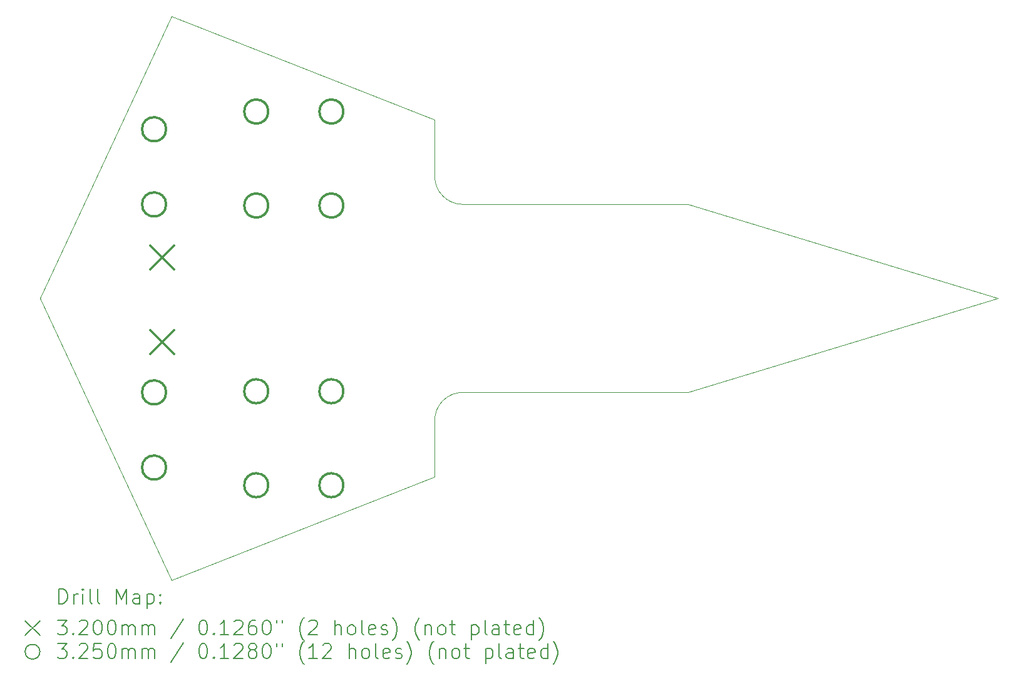
<source format=gbr>
%FSLAX45Y45*%
G04 Gerber Fmt 4.5, Leading zero omitted, Abs format (unit mm)*
G04 Created by KiCad (PCBNEW (6.0.5-22-g43b8adad1a)) date 2022-05-13 22:53:54*
%MOMM*%
%LPD*%
G01*
G04 APERTURE LIST*
%TA.AperFunction,Profile*%
%ADD10C,0.100000*%
%TD*%
%ADD11C,0.200000*%
%ADD12C,0.320000*%
%ADD13C,0.325000*%
G04 APERTURE END LIST*
D10*
X10541000Y-12700000D02*
G75*
G03*
X10160000Y-13081000I0J-381000D01*
G01*
X13589000Y-10160000D02*
X17780000Y-11430000D01*
X6604000Y-7620000D02*
X10160000Y-9017000D01*
X4826000Y-11430000D02*
X6604000Y-7620000D01*
X10160000Y-13843000D02*
X6604000Y-15240000D01*
X13589000Y-12700000D02*
X10541000Y-12700000D01*
X10160000Y-9017000D02*
X10160000Y-9779000D01*
X6604000Y-15240000D02*
X4826000Y-11430000D01*
X10541000Y-10160000D02*
X13589000Y-10160000D01*
X17780000Y-11430000D02*
X13589000Y-12700000D01*
X10160000Y-9779000D02*
G75*
G03*
X10541000Y-10160000I381000J0D01*
G01*
X10160000Y-13081000D02*
X10160000Y-13843000D01*
D11*
D12*
X6315000Y-10714750D02*
X6635000Y-11034750D01*
X6635000Y-10714750D02*
X6315000Y-11034750D01*
X6315000Y-11857750D02*
X6635000Y-12177750D01*
X6635000Y-11857750D02*
X6315000Y-12177750D01*
D13*
X6527500Y-9144000D02*
G75*
G03*
X6527500Y-9144000I-162500J0D01*
G01*
X6527500Y-10160000D02*
G75*
G03*
X6527500Y-10160000I-162500J0D01*
G01*
X6527500Y-12700000D02*
G75*
G03*
X6527500Y-12700000I-162500J0D01*
G01*
X6527500Y-13716000D02*
G75*
G03*
X6527500Y-13716000I-162500J0D01*
G01*
X7909500Y-8905000D02*
G75*
G03*
X7909500Y-8905000I-162500J0D01*
G01*
X7909500Y-10175000D02*
G75*
G03*
X7909500Y-10175000I-162500J0D01*
G01*
X7909500Y-12685000D02*
G75*
G03*
X7909500Y-12685000I-162500J0D01*
G01*
X7909500Y-13955000D02*
G75*
G03*
X7909500Y-13955000I-162500J0D01*
G01*
X8925500Y-8905000D02*
G75*
G03*
X8925500Y-8905000I-162500J0D01*
G01*
X8925500Y-10175000D02*
G75*
G03*
X8925500Y-10175000I-162500J0D01*
G01*
X8925500Y-12685000D02*
G75*
G03*
X8925500Y-12685000I-162500J0D01*
G01*
X8925500Y-13955000D02*
G75*
G03*
X8925500Y-13955000I-162500J0D01*
G01*
D11*
X5078619Y-15555476D02*
X5078619Y-15355476D01*
X5126238Y-15355476D01*
X5154810Y-15365000D01*
X5173857Y-15384048D01*
X5183381Y-15403095D01*
X5192905Y-15441190D01*
X5192905Y-15469762D01*
X5183381Y-15507857D01*
X5173857Y-15526905D01*
X5154810Y-15545952D01*
X5126238Y-15555476D01*
X5078619Y-15555476D01*
X5278619Y-15555476D02*
X5278619Y-15422143D01*
X5278619Y-15460238D02*
X5288143Y-15441190D01*
X5297667Y-15431667D01*
X5316714Y-15422143D01*
X5335762Y-15422143D01*
X5402429Y-15555476D02*
X5402429Y-15422143D01*
X5402429Y-15355476D02*
X5392905Y-15365000D01*
X5402429Y-15374524D01*
X5411952Y-15365000D01*
X5402429Y-15355476D01*
X5402429Y-15374524D01*
X5526238Y-15555476D02*
X5507190Y-15545952D01*
X5497667Y-15526905D01*
X5497667Y-15355476D01*
X5631000Y-15555476D02*
X5611952Y-15545952D01*
X5602428Y-15526905D01*
X5602428Y-15355476D01*
X5859571Y-15555476D02*
X5859571Y-15355476D01*
X5926238Y-15498333D01*
X5992905Y-15355476D01*
X5992905Y-15555476D01*
X6173857Y-15555476D02*
X6173857Y-15450714D01*
X6164333Y-15431667D01*
X6145286Y-15422143D01*
X6107190Y-15422143D01*
X6088143Y-15431667D01*
X6173857Y-15545952D02*
X6154809Y-15555476D01*
X6107190Y-15555476D01*
X6088143Y-15545952D01*
X6078619Y-15526905D01*
X6078619Y-15507857D01*
X6088143Y-15488809D01*
X6107190Y-15479286D01*
X6154809Y-15479286D01*
X6173857Y-15469762D01*
X6269095Y-15422143D02*
X6269095Y-15622143D01*
X6269095Y-15431667D02*
X6288143Y-15422143D01*
X6326238Y-15422143D01*
X6345286Y-15431667D01*
X6354809Y-15441190D01*
X6364333Y-15460238D01*
X6364333Y-15517381D01*
X6354809Y-15536428D01*
X6345286Y-15545952D01*
X6326238Y-15555476D01*
X6288143Y-15555476D01*
X6269095Y-15545952D01*
X6450048Y-15536428D02*
X6459571Y-15545952D01*
X6450048Y-15555476D01*
X6440524Y-15545952D01*
X6450048Y-15536428D01*
X6450048Y-15555476D01*
X6450048Y-15431667D02*
X6459571Y-15441190D01*
X6450048Y-15450714D01*
X6440524Y-15441190D01*
X6450048Y-15431667D01*
X6450048Y-15450714D01*
X4621000Y-15785000D02*
X4821000Y-15985000D01*
X4821000Y-15785000D02*
X4621000Y-15985000D01*
X5059571Y-15775476D02*
X5183381Y-15775476D01*
X5116714Y-15851667D01*
X5145286Y-15851667D01*
X5164333Y-15861190D01*
X5173857Y-15870714D01*
X5183381Y-15889762D01*
X5183381Y-15937381D01*
X5173857Y-15956428D01*
X5164333Y-15965952D01*
X5145286Y-15975476D01*
X5088143Y-15975476D01*
X5069095Y-15965952D01*
X5059571Y-15956428D01*
X5269095Y-15956428D02*
X5278619Y-15965952D01*
X5269095Y-15975476D01*
X5259571Y-15965952D01*
X5269095Y-15956428D01*
X5269095Y-15975476D01*
X5354810Y-15794524D02*
X5364333Y-15785000D01*
X5383381Y-15775476D01*
X5431000Y-15775476D01*
X5450048Y-15785000D01*
X5459571Y-15794524D01*
X5469095Y-15813571D01*
X5469095Y-15832619D01*
X5459571Y-15861190D01*
X5345286Y-15975476D01*
X5469095Y-15975476D01*
X5592905Y-15775476D02*
X5611952Y-15775476D01*
X5631000Y-15785000D01*
X5640524Y-15794524D01*
X5650048Y-15813571D01*
X5659571Y-15851667D01*
X5659571Y-15899286D01*
X5650048Y-15937381D01*
X5640524Y-15956428D01*
X5631000Y-15965952D01*
X5611952Y-15975476D01*
X5592905Y-15975476D01*
X5573857Y-15965952D01*
X5564333Y-15956428D01*
X5554810Y-15937381D01*
X5545286Y-15899286D01*
X5545286Y-15851667D01*
X5554810Y-15813571D01*
X5564333Y-15794524D01*
X5573857Y-15785000D01*
X5592905Y-15775476D01*
X5783381Y-15775476D02*
X5802428Y-15775476D01*
X5821476Y-15785000D01*
X5831000Y-15794524D01*
X5840524Y-15813571D01*
X5850048Y-15851667D01*
X5850048Y-15899286D01*
X5840524Y-15937381D01*
X5831000Y-15956428D01*
X5821476Y-15965952D01*
X5802428Y-15975476D01*
X5783381Y-15975476D01*
X5764333Y-15965952D01*
X5754809Y-15956428D01*
X5745286Y-15937381D01*
X5735762Y-15899286D01*
X5735762Y-15851667D01*
X5745286Y-15813571D01*
X5754809Y-15794524D01*
X5764333Y-15785000D01*
X5783381Y-15775476D01*
X5935762Y-15975476D02*
X5935762Y-15842143D01*
X5935762Y-15861190D02*
X5945286Y-15851667D01*
X5964333Y-15842143D01*
X5992905Y-15842143D01*
X6011952Y-15851667D01*
X6021476Y-15870714D01*
X6021476Y-15975476D01*
X6021476Y-15870714D02*
X6031000Y-15851667D01*
X6050048Y-15842143D01*
X6078619Y-15842143D01*
X6097667Y-15851667D01*
X6107190Y-15870714D01*
X6107190Y-15975476D01*
X6202428Y-15975476D02*
X6202428Y-15842143D01*
X6202428Y-15861190D02*
X6211952Y-15851667D01*
X6231000Y-15842143D01*
X6259571Y-15842143D01*
X6278619Y-15851667D01*
X6288143Y-15870714D01*
X6288143Y-15975476D01*
X6288143Y-15870714D02*
X6297667Y-15851667D01*
X6316714Y-15842143D01*
X6345286Y-15842143D01*
X6364333Y-15851667D01*
X6373857Y-15870714D01*
X6373857Y-15975476D01*
X6764333Y-15765952D02*
X6592905Y-16023095D01*
X7021476Y-15775476D02*
X7040524Y-15775476D01*
X7059571Y-15785000D01*
X7069095Y-15794524D01*
X7078619Y-15813571D01*
X7088143Y-15851667D01*
X7088143Y-15899286D01*
X7078619Y-15937381D01*
X7069095Y-15956428D01*
X7059571Y-15965952D01*
X7040524Y-15975476D01*
X7021476Y-15975476D01*
X7002428Y-15965952D01*
X6992905Y-15956428D01*
X6983381Y-15937381D01*
X6973857Y-15899286D01*
X6973857Y-15851667D01*
X6983381Y-15813571D01*
X6992905Y-15794524D01*
X7002428Y-15785000D01*
X7021476Y-15775476D01*
X7173857Y-15956428D02*
X7183381Y-15965952D01*
X7173857Y-15975476D01*
X7164333Y-15965952D01*
X7173857Y-15956428D01*
X7173857Y-15975476D01*
X7373857Y-15975476D02*
X7259571Y-15975476D01*
X7316714Y-15975476D02*
X7316714Y-15775476D01*
X7297667Y-15804048D01*
X7278619Y-15823095D01*
X7259571Y-15832619D01*
X7450048Y-15794524D02*
X7459571Y-15785000D01*
X7478619Y-15775476D01*
X7526238Y-15775476D01*
X7545286Y-15785000D01*
X7554809Y-15794524D01*
X7564333Y-15813571D01*
X7564333Y-15832619D01*
X7554809Y-15861190D01*
X7440524Y-15975476D01*
X7564333Y-15975476D01*
X7735762Y-15775476D02*
X7697667Y-15775476D01*
X7678619Y-15785000D01*
X7669095Y-15794524D01*
X7650048Y-15823095D01*
X7640524Y-15861190D01*
X7640524Y-15937381D01*
X7650048Y-15956428D01*
X7659571Y-15965952D01*
X7678619Y-15975476D01*
X7716714Y-15975476D01*
X7735762Y-15965952D01*
X7745286Y-15956428D01*
X7754809Y-15937381D01*
X7754809Y-15889762D01*
X7745286Y-15870714D01*
X7735762Y-15861190D01*
X7716714Y-15851667D01*
X7678619Y-15851667D01*
X7659571Y-15861190D01*
X7650048Y-15870714D01*
X7640524Y-15889762D01*
X7878619Y-15775476D02*
X7897667Y-15775476D01*
X7916714Y-15785000D01*
X7926238Y-15794524D01*
X7935762Y-15813571D01*
X7945286Y-15851667D01*
X7945286Y-15899286D01*
X7935762Y-15937381D01*
X7926238Y-15956428D01*
X7916714Y-15965952D01*
X7897667Y-15975476D01*
X7878619Y-15975476D01*
X7859571Y-15965952D01*
X7850048Y-15956428D01*
X7840524Y-15937381D01*
X7831000Y-15899286D01*
X7831000Y-15851667D01*
X7840524Y-15813571D01*
X7850048Y-15794524D01*
X7859571Y-15785000D01*
X7878619Y-15775476D01*
X8021476Y-15775476D02*
X8021476Y-15813571D01*
X8097667Y-15775476D02*
X8097667Y-15813571D01*
X8392905Y-16051667D02*
X8383381Y-16042143D01*
X8364333Y-16013571D01*
X8354809Y-15994524D01*
X8345286Y-15965952D01*
X8335762Y-15918333D01*
X8335762Y-15880238D01*
X8345286Y-15832619D01*
X8354809Y-15804048D01*
X8364333Y-15785000D01*
X8383381Y-15756428D01*
X8392905Y-15746905D01*
X8459571Y-15794524D02*
X8469095Y-15785000D01*
X8488143Y-15775476D01*
X8535762Y-15775476D01*
X8554810Y-15785000D01*
X8564333Y-15794524D01*
X8573857Y-15813571D01*
X8573857Y-15832619D01*
X8564333Y-15861190D01*
X8450048Y-15975476D01*
X8573857Y-15975476D01*
X8811952Y-15975476D02*
X8811952Y-15775476D01*
X8897667Y-15975476D02*
X8897667Y-15870714D01*
X8888143Y-15851667D01*
X8869095Y-15842143D01*
X8840524Y-15842143D01*
X8821476Y-15851667D01*
X8811952Y-15861190D01*
X9021476Y-15975476D02*
X9002429Y-15965952D01*
X8992905Y-15956428D01*
X8983381Y-15937381D01*
X8983381Y-15880238D01*
X8992905Y-15861190D01*
X9002429Y-15851667D01*
X9021476Y-15842143D01*
X9050048Y-15842143D01*
X9069095Y-15851667D01*
X9078619Y-15861190D01*
X9088143Y-15880238D01*
X9088143Y-15937381D01*
X9078619Y-15956428D01*
X9069095Y-15965952D01*
X9050048Y-15975476D01*
X9021476Y-15975476D01*
X9202429Y-15975476D02*
X9183381Y-15965952D01*
X9173857Y-15946905D01*
X9173857Y-15775476D01*
X9354810Y-15965952D02*
X9335762Y-15975476D01*
X9297667Y-15975476D01*
X9278619Y-15965952D01*
X9269095Y-15946905D01*
X9269095Y-15870714D01*
X9278619Y-15851667D01*
X9297667Y-15842143D01*
X9335762Y-15842143D01*
X9354810Y-15851667D01*
X9364333Y-15870714D01*
X9364333Y-15889762D01*
X9269095Y-15908809D01*
X9440524Y-15965952D02*
X9459571Y-15975476D01*
X9497667Y-15975476D01*
X9516714Y-15965952D01*
X9526238Y-15946905D01*
X9526238Y-15937381D01*
X9516714Y-15918333D01*
X9497667Y-15908809D01*
X9469095Y-15908809D01*
X9450048Y-15899286D01*
X9440524Y-15880238D01*
X9440524Y-15870714D01*
X9450048Y-15851667D01*
X9469095Y-15842143D01*
X9497667Y-15842143D01*
X9516714Y-15851667D01*
X9592905Y-16051667D02*
X9602429Y-16042143D01*
X9621476Y-16013571D01*
X9631000Y-15994524D01*
X9640524Y-15965952D01*
X9650048Y-15918333D01*
X9650048Y-15880238D01*
X9640524Y-15832619D01*
X9631000Y-15804048D01*
X9621476Y-15785000D01*
X9602429Y-15756428D01*
X9592905Y-15746905D01*
X9954810Y-16051667D02*
X9945286Y-16042143D01*
X9926238Y-16013571D01*
X9916714Y-15994524D01*
X9907190Y-15965952D01*
X9897667Y-15918333D01*
X9897667Y-15880238D01*
X9907190Y-15832619D01*
X9916714Y-15804048D01*
X9926238Y-15785000D01*
X9945286Y-15756428D01*
X9954810Y-15746905D01*
X10031000Y-15842143D02*
X10031000Y-15975476D01*
X10031000Y-15861190D02*
X10040524Y-15851667D01*
X10059571Y-15842143D01*
X10088143Y-15842143D01*
X10107190Y-15851667D01*
X10116714Y-15870714D01*
X10116714Y-15975476D01*
X10240524Y-15975476D02*
X10221476Y-15965952D01*
X10211952Y-15956428D01*
X10202429Y-15937381D01*
X10202429Y-15880238D01*
X10211952Y-15861190D01*
X10221476Y-15851667D01*
X10240524Y-15842143D01*
X10269095Y-15842143D01*
X10288143Y-15851667D01*
X10297667Y-15861190D01*
X10307190Y-15880238D01*
X10307190Y-15937381D01*
X10297667Y-15956428D01*
X10288143Y-15965952D01*
X10269095Y-15975476D01*
X10240524Y-15975476D01*
X10364333Y-15842143D02*
X10440524Y-15842143D01*
X10392905Y-15775476D02*
X10392905Y-15946905D01*
X10402429Y-15965952D01*
X10421476Y-15975476D01*
X10440524Y-15975476D01*
X10659571Y-15842143D02*
X10659571Y-16042143D01*
X10659571Y-15851667D02*
X10678619Y-15842143D01*
X10716714Y-15842143D01*
X10735762Y-15851667D01*
X10745286Y-15861190D01*
X10754810Y-15880238D01*
X10754810Y-15937381D01*
X10745286Y-15956428D01*
X10735762Y-15965952D01*
X10716714Y-15975476D01*
X10678619Y-15975476D01*
X10659571Y-15965952D01*
X10869095Y-15975476D02*
X10850048Y-15965952D01*
X10840524Y-15946905D01*
X10840524Y-15775476D01*
X11031000Y-15975476D02*
X11031000Y-15870714D01*
X11021476Y-15851667D01*
X11002429Y-15842143D01*
X10964333Y-15842143D01*
X10945286Y-15851667D01*
X11031000Y-15965952D02*
X11011952Y-15975476D01*
X10964333Y-15975476D01*
X10945286Y-15965952D01*
X10935762Y-15946905D01*
X10935762Y-15927857D01*
X10945286Y-15908809D01*
X10964333Y-15899286D01*
X11011952Y-15899286D01*
X11031000Y-15889762D01*
X11097667Y-15842143D02*
X11173857Y-15842143D01*
X11126238Y-15775476D02*
X11126238Y-15946905D01*
X11135762Y-15965952D01*
X11154810Y-15975476D01*
X11173857Y-15975476D01*
X11316714Y-15965952D02*
X11297667Y-15975476D01*
X11259571Y-15975476D01*
X11240524Y-15965952D01*
X11231000Y-15946905D01*
X11231000Y-15870714D01*
X11240524Y-15851667D01*
X11259571Y-15842143D01*
X11297667Y-15842143D01*
X11316714Y-15851667D01*
X11326238Y-15870714D01*
X11326238Y-15889762D01*
X11231000Y-15908809D01*
X11497667Y-15975476D02*
X11497667Y-15775476D01*
X11497667Y-15965952D02*
X11478619Y-15975476D01*
X11440524Y-15975476D01*
X11421476Y-15965952D01*
X11411952Y-15956428D01*
X11402428Y-15937381D01*
X11402428Y-15880238D01*
X11411952Y-15861190D01*
X11421476Y-15851667D01*
X11440524Y-15842143D01*
X11478619Y-15842143D01*
X11497667Y-15851667D01*
X11573857Y-16051667D02*
X11583381Y-16042143D01*
X11602428Y-16013571D01*
X11611952Y-15994524D01*
X11621476Y-15965952D01*
X11631000Y-15918333D01*
X11631000Y-15880238D01*
X11621476Y-15832619D01*
X11611952Y-15804048D01*
X11602428Y-15785000D01*
X11583381Y-15756428D01*
X11573857Y-15746905D01*
X4821000Y-16205000D02*
G75*
G03*
X4821000Y-16205000I-100000J0D01*
G01*
X5059571Y-16095476D02*
X5183381Y-16095476D01*
X5116714Y-16171667D01*
X5145286Y-16171667D01*
X5164333Y-16181190D01*
X5173857Y-16190714D01*
X5183381Y-16209762D01*
X5183381Y-16257381D01*
X5173857Y-16276428D01*
X5164333Y-16285952D01*
X5145286Y-16295476D01*
X5088143Y-16295476D01*
X5069095Y-16285952D01*
X5059571Y-16276428D01*
X5269095Y-16276428D02*
X5278619Y-16285952D01*
X5269095Y-16295476D01*
X5259571Y-16285952D01*
X5269095Y-16276428D01*
X5269095Y-16295476D01*
X5354810Y-16114524D02*
X5364333Y-16105000D01*
X5383381Y-16095476D01*
X5431000Y-16095476D01*
X5450048Y-16105000D01*
X5459571Y-16114524D01*
X5469095Y-16133571D01*
X5469095Y-16152619D01*
X5459571Y-16181190D01*
X5345286Y-16295476D01*
X5469095Y-16295476D01*
X5650048Y-16095476D02*
X5554810Y-16095476D01*
X5545286Y-16190714D01*
X5554810Y-16181190D01*
X5573857Y-16171667D01*
X5621476Y-16171667D01*
X5640524Y-16181190D01*
X5650048Y-16190714D01*
X5659571Y-16209762D01*
X5659571Y-16257381D01*
X5650048Y-16276428D01*
X5640524Y-16285952D01*
X5621476Y-16295476D01*
X5573857Y-16295476D01*
X5554810Y-16285952D01*
X5545286Y-16276428D01*
X5783381Y-16095476D02*
X5802428Y-16095476D01*
X5821476Y-16105000D01*
X5831000Y-16114524D01*
X5840524Y-16133571D01*
X5850048Y-16171667D01*
X5850048Y-16219286D01*
X5840524Y-16257381D01*
X5831000Y-16276428D01*
X5821476Y-16285952D01*
X5802428Y-16295476D01*
X5783381Y-16295476D01*
X5764333Y-16285952D01*
X5754809Y-16276428D01*
X5745286Y-16257381D01*
X5735762Y-16219286D01*
X5735762Y-16171667D01*
X5745286Y-16133571D01*
X5754809Y-16114524D01*
X5764333Y-16105000D01*
X5783381Y-16095476D01*
X5935762Y-16295476D02*
X5935762Y-16162143D01*
X5935762Y-16181190D02*
X5945286Y-16171667D01*
X5964333Y-16162143D01*
X5992905Y-16162143D01*
X6011952Y-16171667D01*
X6021476Y-16190714D01*
X6021476Y-16295476D01*
X6021476Y-16190714D02*
X6031000Y-16171667D01*
X6050048Y-16162143D01*
X6078619Y-16162143D01*
X6097667Y-16171667D01*
X6107190Y-16190714D01*
X6107190Y-16295476D01*
X6202428Y-16295476D02*
X6202428Y-16162143D01*
X6202428Y-16181190D02*
X6211952Y-16171667D01*
X6231000Y-16162143D01*
X6259571Y-16162143D01*
X6278619Y-16171667D01*
X6288143Y-16190714D01*
X6288143Y-16295476D01*
X6288143Y-16190714D02*
X6297667Y-16171667D01*
X6316714Y-16162143D01*
X6345286Y-16162143D01*
X6364333Y-16171667D01*
X6373857Y-16190714D01*
X6373857Y-16295476D01*
X6764333Y-16085952D02*
X6592905Y-16343095D01*
X7021476Y-16095476D02*
X7040524Y-16095476D01*
X7059571Y-16105000D01*
X7069095Y-16114524D01*
X7078619Y-16133571D01*
X7088143Y-16171667D01*
X7088143Y-16219286D01*
X7078619Y-16257381D01*
X7069095Y-16276428D01*
X7059571Y-16285952D01*
X7040524Y-16295476D01*
X7021476Y-16295476D01*
X7002428Y-16285952D01*
X6992905Y-16276428D01*
X6983381Y-16257381D01*
X6973857Y-16219286D01*
X6973857Y-16171667D01*
X6983381Y-16133571D01*
X6992905Y-16114524D01*
X7002428Y-16105000D01*
X7021476Y-16095476D01*
X7173857Y-16276428D02*
X7183381Y-16285952D01*
X7173857Y-16295476D01*
X7164333Y-16285952D01*
X7173857Y-16276428D01*
X7173857Y-16295476D01*
X7373857Y-16295476D02*
X7259571Y-16295476D01*
X7316714Y-16295476D02*
X7316714Y-16095476D01*
X7297667Y-16124048D01*
X7278619Y-16143095D01*
X7259571Y-16152619D01*
X7450048Y-16114524D02*
X7459571Y-16105000D01*
X7478619Y-16095476D01*
X7526238Y-16095476D01*
X7545286Y-16105000D01*
X7554809Y-16114524D01*
X7564333Y-16133571D01*
X7564333Y-16152619D01*
X7554809Y-16181190D01*
X7440524Y-16295476D01*
X7564333Y-16295476D01*
X7678619Y-16181190D02*
X7659571Y-16171667D01*
X7650048Y-16162143D01*
X7640524Y-16143095D01*
X7640524Y-16133571D01*
X7650048Y-16114524D01*
X7659571Y-16105000D01*
X7678619Y-16095476D01*
X7716714Y-16095476D01*
X7735762Y-16105000D01*
X7745286Y-16114524D01*
X7754809Y-16133571D01*
X7754809Y-16143095D01*
X7745286Y-16162143D01*
X7735762Y-16171667D01*
X7716714Y-16181190D01*
X7678619Y-16181190D01*
X7659571Y-16190714D01*
X7650048Y-16200238D01*
X7640524Y-16219286D01*
X7640524Y-16257381D01*
X7650048Y-16276428D01*
X7659571Y-16285952D01*
X7678619Y-16295476D01*
X7716714Y-16295476D01*
X7735762Y-16285952D01*
X7745286Y-16276428D01*
X7754809Y-16257381D01*
X7754809Y-16219286D01*
X7745286Y-16200238D01*
X7735762Y-16190714D01*
X7716714Y-16181190D01*
X7878619Y-16095476D02*
X7897667Y-16095476D01*
X7916714Y-16105000D01*
X7926238Y-16114524D01*
X7935762Y-16133571D01*
X7945286Y-16171667D01*
X7945286Y-16219286D01*
X7935762Y-16257381D01*
X7926238Y-16276428D01*
X7916714Y-16285952D01*
X7897667Y-16295476D01*
X7878619Y-16295476D01*
X7859571Y-16285952D01*
X7850048Y-16276428D01*
X7840524Y-16257381D01*
X7831000Y-16219286D01*
X7831000Y-16171667D01*
X7840524Y-16133571D01*
X7850048Y-16114524D01*
X7859571Y-16105000D01*
X7878619Y-16095476D01*
X8021476Y-16095476D02*
X8021476Y-16133571D01*
X8097667Y-16095476D02*
X8097667Y-16133571D01*
X8392905Y-16371667D02*
X8383381Y-16362143D01*
X8364333Y-16333571D01*
X8354809Y-16314524D01*
X8345286Y-16285952D01*
X8335762Y-16238333D01*
X8335762Y-16200238D01*
X8345286Y-16152619D01*
X8354809Y-16124048D01*
X8364333Y-16105000D01*
X8383381Y-16076428D01*
X8392905Y-16066905D01*
X8573857Y-16295476D02*
X8459571Y-16295476D01*
X8516714Y-16295476D02*
X8516714Y-16095476D01*
X8497667Y-16124048D01*
X8478619Y-16143095D01*
X8459571Y-16152619D01*
X8650048Y-16114524D02*
X8659571Y-16105000D01*
X8678619Y-16095476D01*
X8726238Y-16095476D01*
X8745286Y-16105000D01*
X8754810Y-16114524D01*
X8764333Y-16133571D01*
X8764333Y-16152619D01*
X8754810Y-16181190D01*
X8640524Y-16295476D01*
X8764333Y-16295476D01*
X9002429Y-16295476D02*
X9002429Y-16095476D01*
X9088143Y-16295476D02*
X9088143Y-16190714D01*
X9078619Y-16171667D01*
X9059571Y-16162143D01*
X9031000Y-16162143D01*
X9011952Y-16171667D01*
X9002429Y-16181190D01*
X9211952Y-16295476D02*
X9192905Y-16285952D01*
X9183381Y-16276428D01*
X9173857Y-16257381D01*
X9173857Y-16200238D01*
X9183381Y-16181190D01*
X9192905Y-16171667D01*
X9211952Y-16162143D01*
X9240524Y-16162143D01*
X9259571Y-16171667D01*
X9269095Y-16181190D01*
X9278619Y-16200238D01*
X9278619Y-16257381D01*
X9269095Y-16276428D01*
X9259571Y-16285952D01*
X9240524Y-16295476D01*
X9211952Y-16295476D01*
X9392905Y-16295476D02*
X9373857Y-16285952D01*
X9364333Y-16266905D01*
X9364333Y-16095476D01*
X9545286Y-16285952D02*
X9526238Y-16295476D01*
X9488143Y-16295476D01*
X9469095Y-16285952D01*
X9459571Y-16266905D01*
X9459571Y-16190714D01*
X9469095Y-16171667D01*
X9488143Y-16162143D01*
X9526238Y-16162143D01*
X9545286Y-16171667D01*
X9554810Y-16190714D01*
X9554810Y-16209762D01*
X9459571Y-16228809D01*
X9631000Y-16285952D02*
X9650048Y-16295476D01*
X9688143Y-16295476D01*
X9707190Y-16285952D01*
X9716714Y-16266905D01*
X9716714Y-16257381D01*
X9707190Y-16238333D01*
X9688143Y-16228809D01*
X9659571Y-16228809D01*
X9640524Y-16219286D01*
X9631000Y-16200238D01*
X9631000Y-16190714D01*
X9640524Y-16171667D01*
X9659571Y-16162143D01*
X9688143Y-16162143D01*
X9707190Y-16171667D01*
X9783381Y-16371667D02*
X9792905Y-16362143D01*
X9811952Y-16333571D01*
X9821476Y-16314524D01*
X9831000Y-16285952D01*
X9840524Y-16238333D01*
X9840524Y-16200238D01*
X9831000Y-16152619D01*
X9821476Y-16124048D01*
X9811952Y-16105000D01*
X9792905Y-16076428D01*
X9783381Y-16066905D01*
X10145286Y-16371667D02*
X10135762Y-16362143D01*
X10116714Y-16333571D01*
X10107190Y-16314524D01*
X10097667Y-16285952D01*
X10088143Y-16238333D01*
X10088143Y-16200238D01*
X10097667Y-16152619D01*
X10107190Y-16124048D01*
X10116714Y-16105000D01*
X10135762Y-16076428D01*
X10145286Y-16066905D01*
X10221476Y-16162143D02*
X10221476Y-16295476D01*
X10221476Y-16181190D02*
X10231000Y-16171667D01*
X10250048Y-16162143D01*
X10278619Y-16162143D01*
X10297667Y-16171667D01*
X10307190Y-16190714D01*
X10307190Y-16295476D01*
X10431000Y-16295476D02*
X10411952Y-16285952D01*
X10402429Y-16276428D01*
X10392905Y-16257381D01*
X10392905Y-16200238D01*
X10402429Y-16181190D01*
X10411952Y-16171667D01*
X10431000Y-16162143D01*
X10459571Y-16162143D01*
X10478619Y-16171667D01*
X10488143Y-16181190D01*
X10497667Y-16200238D01*
X10497667Y-16257381D01*
X10488143Y-16276428D01*
X10478619Y-16285952D01*
X10459571Y-16295476D01*
X10431000Y-16295476D01*
X10554810Y-16162143D02*
X10631000Y-16162143D01*
X10583381Y-16095476D02*
X10583381Y-16266905D01*
X10592905Y-16285952D01*
X10611952Y-16295476D01*
X10631000Y-16295476D01*
X10850048Y-16162143D02*
X10850048Y-16362143D01*
X10850048Y-16171667D02*
X10869095Y-16162143D01*
X10907190Y-16162143D01*
X10926238Y-16171667D01*
X10935762Y-16181190D01*
X10945286Y-16200238D01*
X10945286Y-16257381D01*
X10935762Y-16276428D01*
X10926238Y-16285952D01*
X10907190Y-16295476D01*
X10869095Y-16295476D01*
X10850048Y-16285952D01*
X11059571Y-16295476D02*
X11040524Y-16285952D01*
X11031000Y-16266905D01*
X11031000Y-16095476D01*
X11221476Y-16295476D02*
X11221476Y-16190714D01*
X11211952Y-16171667D01*
X11192905Y-16162143D01*
X11154810Y-16162143D01*
X11135762Y-16171667D01*
X11221476Y-16285952D02*
X11202428Y-16295476D01*
X11154810Y-16295476D01*
X11135762Y-16285952D01*
X11126238Y-16266905D01*
X11126238Y-16247857D01*
X11135762Y-16228809D01*
X11154810Y-16219286D01*
X11202428Y-16219286D01*
X11221476Y-16209762D01*
X11288143Y-16162143D02*
X11364333Y-16162143D01*
X11316714Y-16095476D02*
X11316714Y-16266905D01*
X11326238Y-16285952D01*
X11345286Y-16295476D01*
X11364333Y-16295476D01*
X11507190Y-16285952D02*
X11488143Y-16295476D01*
X11450048Y-16295476D01*
X11431000Y-16285952D01*
X11421476Y-16266905D01*
X11421476Y-16190714D01*
X11431000Y-16171667D01*
X11450048Y-16162143D01*
X11488143Y-16162143D01*
X11507190Y-16171667D01*
X11516714Y-16190714D01*
X11516714Y-16209762D01*
X11421476Y-16228809D01*
X11688143Y-16295476D02*
X11688143Y-16095476D01*
X11688143Y-16285952D02*
X11669095Y-16295476D01*
X11631000Y-16295476D01*
X11611952Y-16285952D01*
X11602428Y-16276428D01*
X11592905Y-16257381D01*
X11592905Y-16200238D01*
X11602428Y-16181190D01*
X11611952Y-16171667D01*
X11631000Y-16162143D01*
X11669095Y-16162143D01*
X11688143Y-16171667D01*
X11764333Y-16371667D02*
X11773857Y-16362143D01*
X11792905Y-16333571D01*
X11802428Y-16314524D01*
X11811952Y-16285952D01*
X11821476Y-16238333D01*
X11821476Y-16200238D01*
X11811952Y-16152619D01*
X11802428Y-16124048D01*
X11792905Y-16105000D01*
X11773857Y-16076428D01*
X11764333Y-16066905D01*
M02*

</source>
